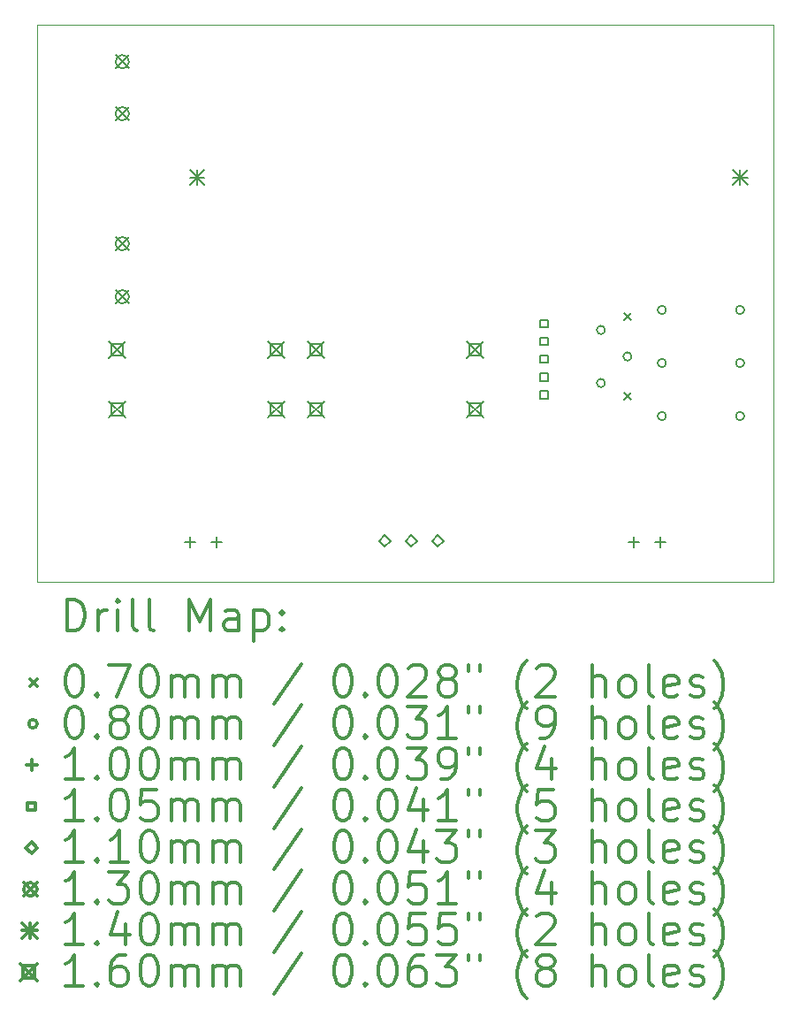
<source format=gbr>
%FSLAX45Y45*%
G04 Gerber Fmt 4.5, Leading zero omitted, Abs format (unit mm)*
G04 Created by KiCad (PCBNEW 5.1.8-5.1.8) date 2023-07-26 00:19:24*
%MOMM*%
%LPD*%
G01*
G04 APERTURE LIST*
%TA.AperFunction,Profile*%
%ADD10C,0.050000*%
%TD*%
%ADD11C,0.200000*%
%ADD12C,0.300000*%
G04 APERTURE END LIST*
D10*
X2540000Y-7874000D02*
X2540000Y-2540000D01*
X9588500Y-7874000D02*
X2540000Y-7874000D01*
X9588500Y-2540000D02*
X9588500Y-7874000D01*
X2540000Y-2540000D02*
X9588500Y-2540000D01*
D11*
X8156500Y-5299000D02*
X8226500Y-5369000D01*
X8226500Y-5299000D02*
X8156500Y-5369000D01*
X8156500Y-6061000D02*
X8226500Y-6131000D01*
X8226500Y-6061000D02*
X8156500Y-6131000D01*
X7977500Y-5969000D02*
G75*
G03*
X7977500Y-5969000I-40000J0D01*
G01*
X8231500Y-5715000D02*
G75*
G03*
X8231500Y-5715000I-40000J0D01*
G01*
X8561000Y-6286500D02*
G75*
G03*
X8561000Y-6286500I-40000J0D01*
G01*
X8561000Y-5270500D02*
G75*
G03*
X8561000Y-5270500I-40000J0D01*
G01*
X9311000Y-5270500D02*
G75*
G03*
X9311000Y-5270500I-40000J0D01*
G01*
X8561000Y-5778500D02*
G75*
G03*
X8561000Y-5778500I-40000J0D01*
G01*
X9311000Y-5778500D02*
G75*
G03*
X9311000Y-5778500I-40000J0D01*
G01*
X7977500Y-5461000D02*
G75*
G03*
X7977500Y-5461000I-40000J0D01*
G01*
X9311000Y-6286500D02*
G75*
G03*
X9311000Y-6286500I-40000J0D01*
G01*
X8255000Y-7443000D02*
X8255000Y-7543000D01*
X8205000Y-7493000D02*
X8305000Y-7493000D01*
X8509000Y-7443000D02*
X8509000Y-7543000D01*
X8459000Y-7493000D02*
X8559000Y-7493000D01*
X4000500Y-7443000D02*
X4000500Y-7543000D01*
X3950500Y-7493000D02*
X4050500Y-7493000D01*
X4254500Y-7443000D02*
X4254500Y-7543000D01*
X4204500Y-7493000D02*
X4304500Y-7493000D01*
X7428523Y-5437524D02*
X7428523Y-5363277D01*
X7354276Y-5363277D01*
X7354276Y-5437524D01*
X7428523Y-5437524D01*
X7428523Y-5607523D02*
X7428523Y-5533277D01*
X7354276Y-5533277D01*
X7354276Y-5607523D01*
X7428523Y-5607523D01*
X7428523Y-5777523D02*
X7428523Y-5703276D01*
X7354276Y-5703276D01*
X7354276Y-5777523D01*
X7428523Y-5777523D01*
X7428523Y-5947523D02*
X7428523Y-5873276D01*
X7354276Y-5873276D01*
X7354276Y-5947523D01*
X7428523Y-5947523D01*
X7428523Y-6117523D02*
X7428523Y-6043276D01*
X7354276Y-6043276D01*
X7354276Y-6117523D01*
X7428523Y-6117523D01*
X5867400Y-7535300D02*
X5922400Y-7480300D01*
X5867400Y-7425300D01*
X5812400Y-7480300D01*
X5867400Y-7535300D01*
X6121400Y-7535300D02*
X6176400Y-7480300D01*
X6121400Y-7425300D01*
X6066400Y-7480300D01*
X6121400Y-7535300D01*
X6375400Y-7535300D02*
X6430400Y-7480300D01*
X6375400Y-7425300D01*
X6320400Y-7480300D01*
X6375400Y-7535300D01*
X3287800Y-4570500D02*
X3417800Y-4700500D01*
X3417800Y-4570500D02*
X3287800Y-4700500D01*
X3417800Y-4635500D02*
G75*
G03*
X3417800Y-4635500I-65000J0D01*
G01*
X3287800Y-3325900D02*
X3417800Y-3455900D01*
X3417800Y-3325900D02*
X3287800Y-3455900D01*
X3417800Y-3390900D02*
G75*
G03*
X3417800Y-3390900I-65000J0D01*
G01*
X3287800Y-2828500D02*
X3417800Y-2958500D01*
X3417800Y-2828500D02*
X3287800Y-2958500D01*
X3417800Y-2893500D02*
G75*
G03*
X3417800Y-2893500I-65000J0D01*
G01*
X3287800Y-5078500D02*
X3417800Y-5208500D01*
X3417800Y-5078500D02*
X3287800Y-5208500D01*
X3417800Y-5143500D02*
G75*
G03*
X3417800Y-5143500I-65000J0D01*
G01*
X4001000Y-3930500D02*
X4141000Y-4070500D01*
X4141000Y-3930500D02*
X4001000Y-4070500D01*
X4071000Y-3930500D02*
X4071000Y-4070500D01*
X4001000Y-4000500D02*
X4141000Y-4000500D01*
X9201000Y-3930500D02*
X9341000Y-4070500D01*
X9341000Y-3930500D02*
X9201000Y-4070500D01*
X9271000Y-3930500D02*
X9271000Y-4070500D01*
X9201000Y-4000500D02*
X9341000Y-4000500D01*
X5127000Y-6143000D02*
X5287000Y-6303000D01*
X5287000Y-6143000D02*
X5127000Y-6303000D01*
X5263569Y-6279569D02*
X5263569Y-6166431D01*
X5150431Y-6166431D01*
X5150431Y-6279569D01*
X5263569Y-6279569D01*
X6651000Y-6143000D02*
X6811000Y-6303000D01*
X6811000Y-6143000D02*
X6651000Y-6303000D01*
X6787569Y-6279569D02*
X6787569Y-6166431D01*
X6674431Y-6166431D01*
X6674431Y-6279569D01*
X6787569Y-6279569D01*
X3222000Y-5571500D02*
X3382000Y-5731500D01*
X3382000Y-5571500D02*
X3222000Y-5731500D01*
X3358569Y-5708069D02*
X3358569Y-5594931D01*
X3245431Y-5594931D01*
X3245431Y-5708069D01*
X3358569Y-5708069D01*
X4746000Y-5571500D02*
X4906000Y-5731500D01*
X4906000Y-5571500D02*
X4746000Y-5731500D01*
X4882569Y-5708069D02*
X4882569Y-5594931D01*
X4769431Y-5594931D01*
X4769431Y-5708069D01*
X4882569Y-5708069D01*
X5127000Y-5571500D02*
X5287000Y-5731500D01*
X5287000Y-5571500D02*
X5127000Y-5731500D01*
X5263569Y-5708069D02*
X5263569Y-5594931D01*
X5150431Y-5594931D01*
X5150431Y-5708069D01*
X5263569Y-5708069D01*
X6651000Y-5571500D02*
X6811000Y-5731500D01*
X6811000Y-5571500D02*
X6651000Y-5731500D01*
X6787569Y-5708069D02*
X6787569Y-5594931D01*
X6674431Y-5594931D01*
X6674431Y-5708069D01*
X6787569Y-5708069D01*
X3222000Y-6143000D02*
X3382000Y-6303000D01*
X3382000Y-6143000D02*
X3222000Y-6303000D01*
X3358569Y-6279569D02*
X3358569Y-6166431D01*
X3245431Y-6166431D01*
X3245431Y-6279569D01*
X3358569Y-6279569D01*
X4746000Y-6143000D02*
X4906000Y-6303000D01*
X4906000Y-6143000D02*
X4746000Y-6303000D01*
X4882569Y-6279569D02*
X4882569Y-6166431D01*
X4769431Y-6166431D01*
X4769431Y-6279569D01*
X4882569Y-6279569D01*
D12*
X2823928Y-8342214D02*
X2823928Y-8042214D01*
X2895357Y-8042214D01*
X2938214Y-8056500D01*
X2966786Y-8085071D01*
X2981071Y-8113643D01*
X2995357Y-8170786D01*
X2995357Y-8213643D01*
X2981071Y-8270786D01*
X2966786Y-8299357D01*
X2938214Y-8327929D01*
X2895357Y-8342214D01*
X2823928Y-8342214D01*
X3123928Y-8342214D02*
X3123928Y-8142214D01*
X3123928Y-8199357D02*
X3138214Y-8170786D01*
X3152500Y-8156500D01*
X3181071Y-8142214D01*
X3209643Y-8142214D01*
X3309643Y-8342214D02*
X3309643Y-8142214D01*
X3309643Y-8042214D02*
X3295357Y-8056500D01*
X3309643Y-8070786D01*
X3323928Y-8056500D01*
X3309643Y-8042214D01*
X3309643Y-8070786D01*
X3495357Y-8342214D02*
X3466786Y-8327929D01*
X3452500Y-8299357D01*
X3452500Y-8042214D01*
X3652500Y-8342214D02*
X3623928Y-8327929D01*
X3609643Y-8299357D01*
X3609643Y-8042214D01*
X3995357Y-8342214D02*
X3995357Y-8042214D01*
X4095357Y-8256500D01*
X4195357Y-8042214D01*
X4195357Y-8342214D01*
X4466786Y-8342214D02*
X4466786Y-8185071D01*
X4452500Y-8156500D01*
X4423928Y-8142214D01*
X4366786Y-8142214D01*
X4338214Y-8156500D01*
X4466786Y-8327929D02*
X4438214Y-8342214D01*
X4366786Y-8342214D01*
X4338214Y-8327929D01*
X4323928Y-8299357D01*
X4323928Y-8270786D01*
X4338214Y-8242214D01*
X4366786Y-8227929D01*
X4438214Y-8227929D01*
X4466786Y-8213643D01*
X4609643Y-8142214D02*
X4609643Y-8442214D01*
X4609643Y-8156500D02*
X4638214Y-8142214D01*
X4695357Y-8142214D01*
X4723928Y-8156500D01*
X4738214Y-8170786D01*
X4752500Y-8199357D01*
X4752500Y-8285071D01*
X4738214Y-8313643D01*
X4723928Y-8327929D01*
X4695357Y-8342214D01*
X4638214Y-8342214D01*
X4609643Y-8327929D01*
X4881071Y-8313643D02*
X4895357Y-8327929D01*
X4881071Y-8342214D01*
X4866786Y-8327929D01*
X4881071Y-8313643D01*
X4881071Y-8342214D01*
X4881071Y-8156500D02*
X4895357Y-8170786D01*
X4881071Y-8185071D01*
X4866786Y-8170786D01*
X4881071Y-8156500D01*
X4881071Y-8185071D01*
X2467500Y-8801500D02*
X2537500Y-8871500D01*
X2537500Y-8801500D02*
X2467500Y-8871500D01*
X2881071Y-8672214D02*
X2909643Y-8672214D01*
X2938214Y-8686500D01*
X2952500Y-8700786D01*
X2966786Y-8729357D01*
X2981071Y-8786500D01*
X2981071Y-8857929D01*
X2966786Y-8915072D01*
X2952500Y-8943643D01*
X2938214Y-8957929D01*
X2909643Y-8972214D01*
X2881071Y-8972214D01*
X2852500Y-8957929D01*
X2838214Y-8943643D01*
X2823928Y-8915072D01*
X2809643Y-8857929D01*
X2809643Y-8786500D01*
X2823928Y-8729357D01*
X2838214Y-8700786D01*
X2852500Y-8686500D01*
X2881071Y-8672214D01*
X3109643Y-8943643D02*
X3123928Y-8957929D01*
X3109643Y-8972214D01*
X3095357Y-8957929D01*
X3109643Y-8943643D01*
X3109643Y-8972214D01*
X3223928Y-8672214D02*
X3423928Y-8672214D01*
X3295357Y-8972214D01*
X3595357Y-8672214D02*
X3623928Y-8672214D01*
X3652500Y-8686500D01*
X3666786Y-8700786D01*
X3681071Y-8729357D01*
X3695357Y-8786500D01*
X3695357Y-8857929D01*
X3681071Y-8915072D01*
X3666786Y-8943643D01*
X3652500Y-8957929D01*
X3623928Y-8972214D01*
X3595357Y-8972214D01*
X3566786Y-8957929D01*
X3552500Y-8943643D01*
X3538214Y-8915072D01*
X3523928Y-8857929D01*
X3523928Y-8786500D01*
X3538214Y-8729357D01*
X3552500Y-8700786D01*
X3566786Y-8686500D01*
X3595357Y-8672214D01*
X3823928Y-8972214D02*
X3823928Y-8772214D01*
X3823928Y-8800786D02*
X3838214Y-8786500D01*
X3866786Y-8772214D01*
X3909643Y-8772214D01*
X3938214Y-8786500D01*
X3952500Y-8815072D01*
X3952500Y-8972214D01*
X3952500Y-8815072D02*
X3966786Y-8786500D01*
X3995357Y-8772214D01*
X4038214Y-8772214D01*
X4066786Y-8786500D01*
X4081071Y-8815072D01*
X4081071Y-8972214D01*
X4223928Y-8972214D02*
X4223928Y-8772214D01*
X4223928Y-8800786D02*
X4238214Y-8786500D01*
X4266786Y-8772214D01*
X4309643Y-8772214D01*
X4338214Y-8786500D01*
X4352500Y-8815072D01*
X4352500Y-8972214D01*
X4352500Y-8815072D02*
X4366786Y-8786500D01*
X4395357Y-8772214D01*
X4438214Y-8772214D01*
X4466786Y-8786500D01*
X4481071Y-8815072D01*
X4481071Y-8972214D01*
X5066786Y-8657929D02*
X4809643Y-9043643D01*
X5452500Y-8672214D02*
X5481071Y-8672214D01*
X5509643Y-8686500D01*
X5523928Y-8700786D01*
X5538214Y-8729357D01*
X5552500Y-8786500D01*
X5552500Y-8857929D01*
X5538214Y-8915072D01*
X5523928Y-8943643D01*
X5509643Y-8957929D01*
X5481071Y-8972214D01*
X5452500Y-8972214D01*
X5423928Y-8957929D01*
X5409643Y-8943643D01*
X5395357Y-8915072D01*
X5381071Y-8857929D01*
X5381071Y-8786500D01*
X5395357Y-8729357D01*
X5409643Y-8700786D01*
X5423928Y-8686500D01*
X5452500Y-8672214D01*
X5681071Y-8943643D02*
X5695357Y-8957929D01*
X5681071Y-8972214D01*
X5666786Y-8957929D01*
X5681071Y-8943643D01*
X5681071Y-8972214D01*
X5881071Y-8672214D02*
X5909643Y-8672214D01*
X5938214Y-8686500D01*
X5952500Y-8700786D01*
X5966786Y-8729357D01*
X5981071Y-8786500D01*
X5981071Y-8857929D01*
X5966786Y-8915072D01*
X5952500Y-8943643D01*
X5938214Y-8957929D01*
X5909643Y-8972214D01*
X5881071Y-8972214D01*
X5852500Y-8957929D01*
X5838214Y-8943643D01*
X5823928Y-8915072D01*
X5809643Y-8857929D01*
X5809643Y-8786500D01*
X5823928Y-8729357D01*
X5838214Y-8700786D01*
X5852500Y-8686500D01*
X5881071Y-8672214D01*
X6095357Y-8700786D02*
X6109643Y-8686500D01*
X6138214Y-8672214D01*
X6209643Y-8672214D01*
X6238214Y-8686500D01*
X6252500Y-8700786D01*
X6266786Y-8729357D01*
X6266786Y-8757929D01*
X6252500Y-8800786D01*
X6081071Y-8972214D01*
X6266786Y-8972214D01*
X6438214Y-8800786D02*
X6409643Y-8786500D01*
X6395357Y-8772214D01*
X6381071Y-8743643D01*
X6381071Y-8729357D01*
X6395357Y-8700786D01*
X6409643Y-8686500D01*
X6438214Y-8672214D01*
X6495357Y-8672214D01*
X6523928Y-8686500D01*
X6538214Y-8700786D01*
X6552500Y-8729357D01*
X6552500Y-8743643D01*
X6538214Y-8772214D01*
X6523928Y-8786500D01*
X6495357Y-8800786D01*
X6438214Y-8800786D01*
X6409643Y-8815072D01*
X6395357Y-8829357D01*
X6381071Y-8857929D01*
X6381071Y-8915072D01*
X6395357Y-8943643D01*
X6409643Y-8957929D01*
X6438214Y-8972214D01*
X6495357Y-8972214D01*
X6523928Y-8957929D01*
X6538214Y-8943643D01*
X6552500Y-8915072D01*
X6552500Y-8857929D01*
X6538214Y-8829357D01*
X6523928Y-8815072D01*
X6495357Y-8800786D01*
X6666786Y-8672214D02*
X6666786Y-8729357D01*
X6781071Y-8672214D02*
X6781071Y-8729357D01*
X7223928Y-9086500D02*
X7209643Y-9072214D01*
X7181071Y-9029357D01*
X7166786Y-9000786D01*
X7152500Y-8957929D01*
X7138214Y-8886500D01*
X7138214Y-8829357D01*
X7152500Y-8757929D01*
X7166786Y-8715072D01*
X7181071Y-8686500D01*
X7209643Y-8643643D01*
X7223928Y-8629357D01*
X7323928Y-8700786D02*
X7338214Y-8686500D01*
X7366786Y-8672214D01*
X7438214Y-8672214D01*
X7466786Y-8686500D01*
X7481071Y-8700786D01*
X7495357Y-8729357D01*
X7495357Y-8757929D01*
X7481071Y-8800786D01*
X7309643Y-8972214D01*
X7495357Y-8972214D01*
X7852500Y-8972214D02*
X7852500Y-8672214D01*
X7981071Y-8972214D02*
X7981071Y-8815072D01*
X7966786Y-8786500D01*
X7938214Y-8772214D01*
X7895357Y-8772214D01*
X7866786Y-8786500D01*
X7852500Y-8800786D01*
X8166786Y-8972214D02*
X8138214Y-8957929D01*
X8123928Y-8943643D01*
X8109643Y-8915072D01*
X8109643Y-8829357D01*
X8123928Y-8800786D01*
X8138214Y-8786500D01*
X8166786Y-8772214D01*
X8209643Y-8772214D01*
X8238214Y-8786500D01*
X8252500Y-8800786D01*
X8266786Y-8829357D01*
X8266786Y-8915072D01*
X8252500Y-8943643D01*
X8238214Y-8957929D01*
X8209643Y-8972214D01*
X8166786Y-8972214D01*
X8438214Y-8972214D02*
X8409643Y-8957929D01*
X8395357Y-8929357D01*
X8395357Y-8672214D01*
X8666786Y-8957929D02*
X8638214Y-8972214D01*
X8581071Y-8972214D01*
X8552500Y-8957929D01*
X8538214Y-8929357D01*
X8538214Y-8815072D01*
X8552500Y-8786500D01*
X8581071Y-8772214D01*
X8638214Y-8772214D01*
X8666786Y-8786500D01*
X8681071Y-8815072D01*
X8681071Y-8843643D01*
X8538214Y-8872214D01*
X8795357Y-8957929D02*
X8823928Y-8972214D01*
X8881071Y-8972214D01*
X8909643Y-8957929D01*
X8923928Y-8929357D01*
X8923928Y-8915072D01*
X8909643Y-8886500D01*
X8881071Y-8872214D01*
X8838214Y-8872214D01*
X8809643Y-8857929D01*
X8795357Y-8829357D01*
X8795357Y-8815072D01*
X8809643Y-8786500D01*
X8838214Y-8772214D01*
X8881071Y-8772214D01*
X8909643Y-8786500D01*
X9023928Y-9086500D02*
X9038214Y-9072214D01*
X9066786Y-9029357D01*
X9081071Y-9000786D01*
X9095357Y-8957929D01*
X9109643Y-8886500D01*
X9109643Y-8829357D01*
X9095357Y-8757929D01*
X9081071Y-8715072D01*
X9066786Y-8686500D01*
X9038214Y-8643643D01*
X9023928Y-8629357D01*
X2537500Y-9232500D02*
G75*
G03*
X2537500Y-9232500I-40000J0D01*
G01*
X2881071Y-9068214D02*
X2909643Y-9068214D01*
X2938214Y-9082500D01*
X2952500Y-9096786D01*
X2966786Y-9125357D01*
X2981071Y-9182500D01*
X2981071Y-9253929D01*
X2966786Y-9311072D01*
X2952500Y-9339643D01*
X2938214Y-9353929D01*
X2909643Y-9368214D01*
X2881071Y-9368214D01*
X2852500Y-9353929D01*
X2838214Y-9339643D01*
X2823928Y-9311072D01*
X2809643Y-9253929D01*
X2809643Y-9182500D01*
X2823928Y-9125357D01*
X2838214Y-9096786D01*
X2852500Y-9082500D01*
X2881071Y-9068214D01*
X3109643Y-9339643D02*
X3123928Y-9353929D01*
X3109643Y-9368214D01*
X3095357Y-9353929D01*
X3109643Y-9339643D01*
X3109643Y-9368214D01*
X3295357Y-9196786D02*
X3266786Y-9182500D01*
X3252500Y-9168214D01*
X3238214Y-9139643D01*
X3238214Y-9125357D01*
X3252500Y-9096786D01*
X3266786Y-9082500D01*
X3295357Y-9068214D01*
X3352500Y-9068214D01*
X3381071Y-9082500D01*
X3395357Y-9096786D01*
X3409643Y-9125357D01*
X3409643Y-9139643D01*
X3395357Y-9168214D01*
X3381071Y-9182500D01*
X3352500Y-9196786D01*
X3295357Y-9196786D01*
X3266786Y-9211072D01*
X3252500Y-9225357D01*
X3238214Y-9253929D01*
X3238214Y-9311072D01*
X3252500Y-9339643D01*
X3266786Y-9353929D01*
X3295357Y-9368214D01*
X3352500Y-9368214D01*
X3381071Y-9353929D01*
X3395357Y-9339643D01*
X3409643Y-9311072D01*
X3409643Y-9253929D01*
X3395357Y-9225357D01*
X3381071Y-9211072D01*
X3352500Y-9196786D01*
X3595357Y-9068214D02*
X3623928Y-9068214D01*
X3652500Y-9082500D01*
X3666786Y-9096786D01*
X3681071Y-9125357D01*
X3695357Y-9182500D01*
X3695357Y-9253929D01*
X3681071Y-9311072D01*
X3666786Y-9339643D01*
X3652500Y-9353929D01*
X3623928Y-9368214D01*
X3595357Y-9368214D01*
X3566786Y-9353929D01*
X3552500Y-9339643D01*
X3538214Y-9311072D01*
X3523928Y-9253929D01*
X3523928Y-9182500D01*
X3538214Y-9125357D01*
X3552500Y-9096786D01*
X3566786Y-9082500D01*
X3595357Y-9068214D01*
X3823928Y-9368214D02*
X3823928Y-9168214D01*
X3823928Y-9196786D02*
X3838214Y-9182500D01*
X3866786Y-9168214D01*
X3909643Y-9168214D01*
X3938214Y-9182500D01*
X3952500Y-9211072D01*
X3952500Y-9368214D01*
X3952500Y-9211072D02*
X3966786Y-9182500D01*
X3995357Y-9168214D01*
X4038214Y-9168214D01*
X4066786Y-9182500D01*
X4081071Y-9211072D01*
X4081071Y-9368214D01*
X4223928Y-9368214D02*
X4223928Y-9168214D01*
X4223928Y-9196786D02*
X4238214Y-9182500D01*
X4266786Y-9168214D01*
X4309643Y-9168214D01*
X4338214Y-9182500D01*
X4352500Y-9211072D01*
X4352500Y-9368214D01*
X4352500Y-9211072D02*
X4366786Y-9182500D01*
X4395357Y-9168214D01*
X4438214Y-9168214D01*
X4466786Y-9182500D01*
X4481071Y-9211072D01*
X4481071Y-9368214D01*
X5066786Y-9053929D02*
X4809643Y-9439643D01*
X5452500Y-9068214D02*
X5481071Y-9068214D01*
X5509643Y-9082500D01*
X5523928Y-9096786D01*
X5538214Y-9125357D01*
X5552500Y-9182500D01*
X5552500Y-9253929D01*
X5538214Y-9311072D01*
X5523928Y-9339643D01*
X5509643Y-9353929D01*
X5481071Y-9368214D01*
X5452500Y-9368214D01*
X5423928Y-9353929D01*
X5409643Y-9339643D01*
X5395357Y-9311072D01*
X5381071Y-9253929D01*
X5381071Y-9182500D01*
X5395357Y-9125357D01*
X5409643Y-9096786D01*
X5423928Y-9082500D01*
X5452500Y-9068214D01*
X5681071Y-9339643D02*
X5695357Y-9353929D01*
X5681071Y-9368214D01*
X5666786Y-9353929D01*
X5681071Y-9339643D01*
X5681071Y-9368214D01*
X5881071Y-9068214D02*
X5909643Y-9068214D01*
X5938214Y-9082500D01*
X5952500Y-9096786D01*
X5966786Y-9125357D01*
X5981071Y-9182500D01*
X5981071Y-9253929D01*
X5966786Y-9311072D01*
X5952500Y-9339643D01*
X5938214Y-9353929D01*
X5909643Y-9368214D01*
X5881071Y-9368214D01*
X5852500Y-9353929D01*
X5838214Y-9339643D01*
X5823928Y-9311072D01*
X5809643Y-9253929D01*
X5809643Y-9182500D01*
X5823928Y-9125357D01*
X5838214Y-9096786D01*
X5852500Y-9082500D01*
X5881071Y-9068214D01*
X6081071Y-9068214D02*
X6266786Y-9068214D01*
X6166786Y-9182500D01*
X6209643Y-9182500D01*
X6238214Y-9196786D01*
X6252500Y-9211072D01*
X6266786Y-9239643D01*
X6266786Y-9311072D01*
X6252500Y-9339643D01*
X6238214Y-9353929D01*
X6209643Y-9368214D01*
X6123928Y-9368214D01*
X6095357Y-9353929D01*
X6081071Y-9339643D01*
X6552500Y-9368214D02*
X6381071Y-9368214D01*
X6466786Y-9368214D02*
X6466786Y-9068214D01*
X6438214Y-9111072D01*
X6409643Y-9139643D01*
X6381071Y-9153929D01*
X6666786Y-9068214D02*
X6666786Y-9125357D01*
X6781071Y-9068214D02*
X6781071Y-9125357D01*
X7223928Y-9482500D02*
X7209643Y-9468214D01*
X7181071Y-9425357D01*
X7166786Y-9396786D01*
X7152500Y-9353929D01*
X7138214Y-9282500D01*
X7138214Y-9225357D01*
X7152500Y-9153929D01*
X7166786Y-9111072D01*
X7181071Y-9082500D01*
X7209643Y-9039643D01*
X7223928Y-9025357D01*
X7352500Y-9368214D02*
X7409643Y-9368214D01*
X7438214Y-9353929D01*
X7452500Y-9339643D01*
X7481071Y-9296786D01*
X7495357Y-9239643D01*
X7495357Y-9125357D01*
X7481071Y-9096786D01*
X7466786Y-9082500D01*
X7438214Y-9068214D01*
X7381071Y-9068214D01*
X7352500Y-9082500D01*
X7338214Y-9096786D01*
X7323928Y-9125357D01*
X7323928Y-9196786D01*
X7338214Y-9225357D01*
X7352500Y-9239643D01*
X7381071Y-9253929D01*
X7438214Y-9253929D01*
X7466786Y-9239643D01*
X7481071Y-9225357D01*
X7495357Y-9196786D01*
X7852500Y-9368214D02*
X7852500Y-9068214D01*
X7981071Y-9368214D02*
X7981071Y-9211072D01*
X7966786Y-9182500D01*
X7938214Y-9168214D01*
X7895357Y-9168214D01*
X7866786Y-9182500D01*
X7852500Y-9196786D01*
X8166786Y-9368214D02*
X8138214Y-9353929D01*
X8123928Y-9339643D01*
X8109643Y-9311072D01*
X8109643Y-9225357D01*
X8123928Y-9196786D01*
X8138214Y-9182500D01*
X8166786Y-9168214D01*
X8209643Y-9168214D01*
X8238214Y-9182500D01*
X8252500Y-9196786D01*
X8266786Y-9225357D01*
X8266786Y-9311072D01*
X8252500Y-9339643D01*
X8238214Y-9353929D01*
X8209643Y-9368214D01*
X8166786Y-9368214D01*
X8438214Y-9368214D02*
X8409643Y-9353929D01*
X8395357Y-9325357D01*
X8395357Y-9068214D01*
X8666786Y-9353929D02*
X8638214Y-9368214D01*
X8581071Y-9368214D01*
X8552500Y-9353929D01*
X8538214Y-9325357D01*
X8538214Y-9211072D01*
X8552500Y-9182500D01*
X8581071Y-9168214D01*
X8638214Y-9168214D01*
X8666786Y-9182500D01*
X8681071Y-9211072D01*
X8681071Y-9239643D01*
X8538214Y-9268214D01*
X8795357Y-9353929D02*
X8823928Y-9368214D01*
X8881071Y-9368214D01*
X8909643Y-9353929D01*
X8923928Y-9325357D01*
X8923928Y-9311072D01*
X8909643Y-9282500D01*
X8881071Y-9268214D01*
X8838214Y-9268214D01*
X8809643Y-9253929D01*
X8795357Y-9225357D01*
X8795357Y-9211072D01*
X8809643Y-9182500D01*
X8838214Y-9168214D01*
X8881071Y-9168214D01*
X8909643Y-9182500D01*
X9023928Y-9482500D02*
X9038214Y-9468214D01*
X9066786Y-9425357D01*
X9081071Y-9396786D01*
X9095357Y-9353929D01*
X9109643Y-9282500D01*
X9109643Y-9225357D01*
X9095357Y-9153929D01*
X9081071Y-9111072D01*
X9066786Y-9082500D01*
X9038214Y-9039643D01*
X9023928Y-9025357D01*
X2487500Y-9578500D02*
X2487500Y-9678500D01*
X2437500Y-9628500D02*
X2537500Y-9628500D01*
X2981071Y-9764214D02*
X2809643Y-9764214D01*
X2895357Y-9764214D02*
X2895357Y-9464214D01*
X2866786Y-9507072D01*
X2838214Y-9535643D01*
X2809643Y-9549929D01*
X3109643Y-9735643D02*
X3123928Y-9749929D01*
X3109643Y-9764214D01*
X3095357Y-9749929D01*
X3109643Y-9735643D01*
X3109643Y-9764214D01*
X3309643Y-9464214D02*
X3338214Y-9464214D01*
X3366786Y-9478500D01*
X3381071Y-9492786D01*
X3395357Y-9521357D01*
X3409643Y-9578500D01*
X3409643Y-9649929D01*
X3395357Y-9707072D01*
X3381071Y-9735643D01*
X3366786Y-9749929D01*
X3338214Y-9764214D01*
X3309643Y-9764214D01*
X3281071Y-9749929D01*
X3266786Y-9735643D01*
X3252500Y-9707072D01*
X3238214Y-9649929D01*
X3238214Y-9578500D01*
X3252500Y-9521357D01*
X3266786Y-9492786D01*
X3281071Y-9478500D01*
X3309643Y-9464214D01*
X3595357Y-9464214D02*
X3623928Y-9464214D01*
X3652500Y-9478500D01*
X3666786Y-9492786D01*
X3681071Y-9521357D01*
X3695357Y-9578500D01*
X3695357Y-9649929D01*
X3681071Y-9707072D01*
X3666786Y-9735643D01*
X3652500Y-9749929D01*
X3623928Y-9764214D01*
X3595357Y-9764214D01*
X3566786Y-9749929D01*
X3552500Y-9735643D01*
X3538214Y-9707072D01*
X3523928Y-9649929D01*
X3523928Y-9578500D01*
X3538214Y-9521357D01*
X3552500Y-9492786D01*
X3566786Y-9478500D01*
X3595357Y-9464214D01*
X3823928Y-9764214D02*
X3823928Y-9564214D01*
X3823928Y-9592786D02*
X3838214Y-9578500D01*
X3866786Y-9564214D01*
X3909643Y-9564214D01*
X3938214Y-9578500D01*
X3952500Y-9607072D01*
X3952500Y-9764214D01*
X3952500Y-9607072D02*
X3966786Y-9578500D01*
X3995357Y-9564214D01*
X4038214Y-9564214D01*
X4066786Y-9578500D01*
X4081071Y-9607072D01*
X4081071Y-9764214D01*
X4223928Y-9764214D02*
X4223928Y-9564214D01*
X4223928Y-9592786D02*
X4238214Y-9578500D01*
X4266786Y-9564214D01*
X4309643Y-9564214D01*
X4338214Y-9578500D01*
X4352500Y-9607072D01*
X4352500Y-9764214D01*
X4352500Y-9607072D02*
X4366786Y-9578500D01*
X4395357Y-9564214D01*
X4438214Y-9564214D01*
X4466786Y-9578500D01*
X4481071Y-9607072D01*
X4481071Y-9764214D01*
X5066786Y-9449929D02*
X4809643Y-9835643D01*
X5452500Y-9464214D02*
X5481071Y-9464214D01*
X5509643Y-9478500D01*
X5523928Y-9492786D01*
X5538214Y-9521357D01*
X5552500Y-9578500D01*
X5552500Y-9649929D01*
X5538214Y-9707072D01*
X5523928Y-9735643D01*
X5509643Y-9749929D01*
X5481071Y-9764214D01*
X5452500Y-9764214D01*
X5423928Y-9749929D01*
X5409643Y-9735643D01*
X5395357Y-9707072D01*
X5381071Y-9649929D01*
X5381071Y-9578500D01*
X5395357Y-9521357D01*
X5409643Y-9492786D01*
X5423928Y-9478500D01*
X5452500Y-9464214D01*
X5681071Y-9735643D02*
X5695357Y-9749929D01*
X5681071Y-9764214D01*
X5666786Y-9749929D01*
X5681071Y-9735643D01*
X5681071Y-9764214D01*
X5881071Y-9464214D02*
X5909643Y-9464214D01*
X5938214Y-9478500D01*
X5952500Y-9492786D01*
X5966786Y-9521357D01*
X5981071Y-9578500D01*
X5981071Y-9649929D01*
X5966786Y-9707072D01*
X5952500Y-9735643D01*
X5938214Y-9749929D01*
X5909643Y-9764214D01*
X5881071Y-9764214D01*
X5852500Y-9749929D01*
X5838214Y-9735643D01*
X5823928Y-9707072D01*
X5809643Y-9649929D01*
X5809643Y-9578500D01*
X5823928Y-9521357D01*
X5838214Y-9492786D01*
X5852500Y-9478500D01*
X5881071Y-9464214D01*
X6081071Y-9464214D02*
X6266786Y-9464214D01*
X6166786Y-9578500D01*
X6209643Y-9578500D01*
X6238214Y-9592786D01*
X6252500Y-9607072D01*
X6266786Y-9635643D01*
X6266786Y-9707072D01*
X6252500Y-9735643D01*
X6238214Y-9749929D01*
X6209643Y-9764214D01*
X6123928Y-9764214D01*
X6095357Y-9749929D01*
X6081071Y-9735643D01*
X6409643Y-9764214D02*
X6466786Y-9764214D01*
X6495357Y-9749929D01*
X6509643Y-9735643D01*
X6538214Y-9692786D01*
X6552500Y-9635643D01*
X6552500Y-9521357D01*
X6538214Y-9492786D01*
X6523928Y-9478500D01*
X6495357Y-9464214D01*
X6438214Y-9464214D01*
X6409643Y-9478500D01*
X6395357Y-9492786D01*
X6381071Y-9521357D01*
X6381071Y-9592786D01*
X6395357Y-9621357D01*
X6409643Y-9635643D01*
X6438214Y-9649929D01*
X6495357Y-9649929D01*
X6523928Y-9635643D01*
X6538214Y-9621357D01*
X6552500Y-9592786D01*
X6666786Y-9464214D02*
X6666786Y-9521357D01*
X6781071Y-9464214D02*
X6781071Y-9521357D01*
X7223928Y-9878500D02*
X7209643Y-9864214D01*
X7181071Y-9821357D01*
X7166786Y-9792786D01*
X7152500Y-9749929D01*
X7138214Y-9678500D01*
X7138214Y-9621357D01*
X7152500Y-9549929D01*
X7166786Y-9507072D01*
X7181071Y-9478500D01*
X7209643Y-9435643D01*
X7223928Y-9421357D01*
X7466786Y-9564214D02*
X7466786Y-9764214D01*
X7395357Y-9449929D02*
X7323928Y-9664214D01*
X7509643Y-9664214D01*
X7852500Y-9764214D02*
X7852500Y-9464214D01*
X7981071Y-9764214D02*
X7981071Y-9607072D01*
X7966786Y-9578500D01*
X7938214Y-9564214D01*
X7895357Y-9564214D01*
X7866786Y-9578500D01*
X7852500Y-9592786D01*
X8166786Y-9764214D02*
X8138214Y-9749929D01*
X8123928Y-9735643D01*
X8109643Y-9707072D01*
X8109643Y-9621357D01*
X8123928Y-9592786D01*
X8138214Y-9578500D01*
X8166786Y-9564214D01*
X8209643Y-9564214D01*
X8238214Y-9578500D01*
X8252500Y-9592786D01*
X8266786Y-9621357D01*
X8266786Y-9707072D01*
X8252500Y-9735643D01*
X8238214Y-9749929D01*
X8209643Y-9764214D01*
X8166786Y-9764214D01*
X8438214Y-9764214D02*
X8409643Y-9749929D01*
X8395357Y-9721357D01*
X8395357Y-9464214D01*
X8666786Y-9749929D02*
X8638214Y-9764214D01*
X8581071Y-9764214D01*
X8552500Y-9749929D01*
X8538214Y-9721357D01*
X8538214Y-9607072D01*
X8552500Y-9578500D01*
X8581071Y-9564214D01*
X8638214Y-9564214D01*
X8666786Y-9578500D01*
X8681071Y-9607072D01*
X8681071Y-9635643D01*
X8538214Y-9664214D01*
X8795357Y-9749929D02*
X8823928Y-9764214D01*
X8881071Y-9764214D01*
X8909643Y-9749929D01*
X8923928Y-9721357D01*
X8923928Y-9707072D01*
X8909643Y-9678500D01*
X8881071Y-9664214D01*
X8838214Y-9664214D01*
X8809643Y-9649929D01*
X8795357Y-9621357D01*
X8795357Y-9607072D01*
X8809643Y-9578500D01*
X8838214Y-9564214D01*
X8881071Y-9564214D01*
X8909643Y-9578500D01*
X9023928Y-9878500D02*
X9038214Y-9864214D01*
X9066786Y-9821357D01*
X9081071Y-9792786D01*
X9095357Y-9749929D01*
X9109643Y-9678500D01*
X9109643Y-9621357D01*
X9095357Y-9549929D01*
X9081071Y-9507072D01*
X9066786Y-9478500D01*
X9038214Y-9435643D01*
X9023928Y-9421357D01*
X2522123Y-10061624D02*
X2522123Y-9987377D01*
X2447876Y-9987377D01*
X2447876Y-10061624D01*
X2522123Y-10061624D01*
X2981071Y-10160214D02*
X2809643Y-10160214D01*
X2895357Y-10160214D02*
X2895357Y-9860214D01*
X2866786Y-9903072D01*
X2838214Y-9931643D01*
X2809643Y-9945929D01*
X3109643Y-10131643D02*
X3123928Y-10145929D01*
X3109643Y-10160214D01*
X3095357Y-10145929D01*
X3109643Y-10131643D01*
X3109643Y-10160214D01*
X3309643Y-9860214D02*
X3338214Y-9860214D01*
X3366786Y-9874500D01*
X3381071Y-9888786D01*
X3395357Y-9917357D01*
X3409643Y-9974500D01*
X3409643Y-10045929D01*
X3395357Y-10103072D01*
X3381071Y-10131643D01*
X3366786Y-10145929D01*
X3338214Y-10160214D01*
X3309643Y-10160214D01*
X3281071Y-10145929D01*
X3266786Y-10131643D01*
X3252500Y-10103072D01*
X3238214Y-10045929D01*
X3238214Y-9974500D01*
X3252500Y-9917357D01*
X3266786Y-9888786D01*
X3281071Y-9874500D01*
X3309643Y-9860214D01*
X3681071Y-9860214D02*
X3538214Y-9860214D01*
X3523928Y-10003072D01*
X3538214Y-9988786D01*
X3566786Y-9974500D01*
X3638214Y-9974500D01*
X3666786Y-9988786D01*
X3681071Y-10003072D01*
X3695357Y-10031643D01*
X3695357Y-10103072D01*
X3681071Y-10131643D01*
X3666786Y-10145929D01*
X3638214Y-10160214D01*
X3566786Y-10160214D01*
X3538214Y-10145929D01*
X3523928Y-10131643D01*
X3823928Y-10160214D02*
X3823928Y-9960214D01*
X3823928Y-9988786D02*
X3838214Y-9974500D01*
X3866786Y-9960214D01*
X3909643Y-9960214D01*
X3938214Y-9974500D01*
X3952500Y-10003072D01*
X3952500Y-10160214D01*
X3952500Y-10003072D02*
X3966786Y-9974500D01*
X3995357Y-9960214D01*
X4038214Y-9960214D01*
X4066786Y-9974500D01*
X4081071Y-10003072D01*
X4081071Y-10160214D01*
X4223928Y-10160214D02*
X4223928Y-9960214D01*
X4223928Y-9988786D02*
X4238214Y-9974500D01*
X4266786Y-9960214D01*
X4309643Y-9960214D01*
X4338214Y-9974500D01*
X4352500Y-10003072D01*
X4352500Y-10160214D01*
X4352500Y-10003072D02*
X4366786Y-9974500D01*
X4395357Y-9960214D01*
X4438214Y-9960214D01*
X4466786Y-9974500D01*
X4481071Y-10003072D01*
X4481071Y-10160214D01*
X5066786Y-9845929D02*
X4809643Y-10231643D01*
X5452500Y-9860214D02*
X5481071Y-9860214D01*
X5509643Y-9874500D01*
X5523928Y-9888786D01*
X5538214Y-9917357D01*
X5552500Y-9974500D01*
X5552500Y-10045929D01*
X5538214Y-10103072D01*
X5523928Y-10131643D01*
X5509643Y-10145929D01*
X5481071Y-10160214D01*
X5452500Y-10160214D01*
X5423928Y-10145929D01*
X5409643Y-10131643D01*
X5395357Y-10103072D01*
X5381071Y-10045929D01*
X5381071Y-9974500D01*
X5395357Y-9917357D01*
X5409643Y-9888786D01*
X5423928Y-9874500D01*
X5452500Y-9860214D01*
X5681071Y-10131643D02*
X5695357Y-10145929D01*
X5681071Y-10160214D01*
X5666786Y-10145929D01*
X5681071Y-10131643D01*
X5681071Y-10160214D01*
X5881071Y-9860214D02*
X5909643Y-9860214D01*
X5938214Y-9874500D01*
X5952500Y-9888786D01*
X5966786Y-9917357D01*
X5981071Y-9974500D01*
X5981071Y-10045929D01*
X5966786Y-10103072D01*
X5952500Y-10131643D01*
X5938214Y-10145929D01*
X5909643Y-10160214D01*
X5881071Y-10160214D01*
X5852500Y-10145929D01*
X5838214Y-10131643D01*
X5823928Y-10103072D01*
X5809643Y-10045929D01*
X5809643Y-9974500D01*
X5823928Y-9917357D01*
X5838214Y-9888786D01*
X5852500Y-9874500D01*
X5881071Y-9860214D01*
X6238214Y-9960214D02*
X6238214Y-10160214D01*
X6166786Y-9845929D02*
X6095357Y-10060214D01*
X6281071Y-10060214D01*
X6552500Y-10160214D02*
X6381071Y-10160214D01*
X6466786Y-10160214D02*
X6466786Y-9860214D01*
X6438214Y-9903072D01*
X6409643Y-9931643D01*
X6381071Y-9945929D01*
X6666786Y-9860214D02*
X6666786Y-9917357D01*
X6781071Y-9860214D02*
X6781071Y-9917357D01*
X7223928Y-10274500D02*
X7209643Y-10260214D01*
X7181071Y-10217357D01*
X7166786Y-10188786D01*
X7152500Y-10145929D01*
X7138214Y-10074500D01*
X7138214Y-10017357D01*
X7152500Y-9945929D01*
X7166786Y-9903072D01*
X7181071Y-9874500D01*
X7209643Y-9831643D01*
X7223928Y-9817357D01*
X7481071Y-9860214D02*
X7338214Y-9860214D01*
X7323928Y-10003072D01*
X7338214Y-9988786D01*
X7366786Y-9974500D01*
X7438214Y-9974500D01*
X7466786Y-9988786D01*
X7481071Y-10003072D01*
X7495357Y-10031643D01*
X7495357Y-10103072D01*
X7481071Y-10131643D01*
X7466786Y-10145929D01*
X7438214Y-10160214D01*
X7366786Y-10160214D01*
X7338214Y-10145929D01*
X7323928Y-10131643D01*
X7852500Y-10160214D02*
X7852500Y-9860214D01*
X7981071Y-10160214D02*
X7981071Y-10003072D01*
X7966786Y-9974500D01*
X7938214Y-9960214D01*
X7895357Y-9960214D01*
X7866786Y-9974500D01*
X7852500Y-9988786D01*
X8166786Y-10160214D02*
X8138214Y-10145929D01*
X8123928Y-10131643D01*
X8109643Y-10103072D01*
X8109643Y-10017357D01*
X8123928Y-9988786D01*
X8138214Y-9974500D01*
X8166786Y-9960214D01*
X8209643Y-9960214D01*
X8238214Y-9974500D01*
X8252500Y-9988786D01*
X8266786Y-10017357D01*
X8266786Y-10103072D01*
X8252500Y-10131643D01*
X8238214Y-10145929D01*
X8209643Y-10160214D01*
X8166786Y-10160214D01*
X8438214Y-10160214D02*
X8409643Y-10145929D01*
X8395357Y-10117357D01*
X8395357Y-9860214D01*
X8666786Y-10145929D02*
X8638214Y-10160214D01*
X8581071Y-10160214D01*
X8552500Y-10145929D01*
X8538214Y-10117357D01*
X8538214Y-10003072D01*
X8552500Y-9974500D01*
X8581071Y-9960214D01*
X8638214Y-9960214D01*
X8666786Y-9974500D01*
X8681071Y-10003072D01*
X8681071Y-10031643D01*
X8538214Y-10060214D01*
X8795357Y-10145929D02*
X8823928Y-10160214D01*
X8881071Y-10160214D01*
X8909643Y-10145929D01*
X8923928Y-10117357D01*
X8923928Y-10103072D01*
X8909643Y-10074500D01*
X8881071Y-10060214D01*
X8838214Y-10060214D01*
X8809643Y-10045929D01*
X8795357Y-10017357D01*
X8795357Y-10003072D01*
X8809643Y-9974500D01*
X8838214Y-9960214D01*
X8881071Y-9960214D01*
X8909643Y-9974500D01*
X9023928Y-10274500D02*
X9038214Y-10260214D01*
X9066786Y-10217357D01*
X9081071Y-10188786D01*
X9095357Y-10145929D01*
X9109643Y-10074500D01*
X9109643Y-10017357D01*
X9095357Y-9945929D01*
X9081071Y-9903072D01*
X9066786Y-9874500D01*
X9038214Y-9831643D01*
X9023928Y-9817357D01*
X2482500Y-10475500D02*
X2537500Y-10420500D01*
X2482500Y-10365500D01*
X2427500Y-10420500D01*
X2482500Y-10475500D01*
X2981071Y-10556214D02*
X2809643Y-10556214D01*
X2895357Y-10556214D02*
X2895357Y-10256214D01*
X2866786Y-10299072D01*
X2838214Y-10327643D01*
X2809643Y-10341929D01*
X3109643Y-10527643D02*
X3123928Y-10541929D01*
X3109643Y-10556214D01*
X3095357Y-10541929D01*
X3109643Y-10527643D01*
X3109643Y-10556214D01*
X3409643Y-10556214D02*
X3238214Y-10556214D01*
X3323928Y-10556214D02*
X3323928Y-10256214D01*
X3295357Y-10299072D01*
X3266786Y-10327643D01*
X3238214Y-10341929D01*
X3595357Y-10256214D02*
X3623928Y-10256214D01*
X3652500Y-10270500D01*
X3666786Y-10284786D01*
X3681071Y-10313357D01*
X3695357Y-10370500D01*
X3695357Y-10441929D01*
X3681071Y-10499072D01*
X3666786Y-10527643D01*
X3652500Y-10541929D01*
X3623928Y-10556214D01*
X3595357Y-10556214D01*
X3566786Y-10541929D01*
X3552500Y-10527643D01*
X3538214Y-10499072D01*
X3523928Y-10441929D01*
X3523928Y-10370500D01*
X3538214Y-10313357D01*
X3552500Y-10284786D01*
X3566786Y-10270500D01*
X3595357Y-10256214D01*
X3823928Y-10556214D02*
X3823928Y-10356214D01*
X3823928Y-10384786D02*
X3838214Y-10370500D01*
X3866786Y-10356214D01*
X3909643Y-10356214D01*
X3938214Y-10370500D01*
X3952500Y-10399072D01*
X3952500Y-10556214D01*
X3952500Y-10399072D02*
X3966786Y-10370500D01*
X3995357Y-10356214D01*
X4038214Y-10356214D01*
X4066786Y-10370500D01*
X4081071Y-10399072D01*
X4081071Y-10556214D01*
X4223928Y-10556214D02*
X4223928Y-10356214D01*
X4223928Y-10384786D02*
X4238214Y-10370500D01*
X4266786Y-10356214D01*
X4309643Y-10356214D01*
X4338214Y-10370500D01*
X4352500Y-10399072D01*
X4352500Y-10556214D01*
X4352500Y-10399072D02*
X4366786Y-10370500D01*
X4395357Y-10356214D01*
X4438214Y-10356214D01*
X4466786Y-10370500D01*
X4481071Y-10399072D01*
X4481071Y-10556214D01*
X5066786Y-10241929D02*
X4809643Y-10627643D01*
X5452500Y-10256214D02*
X5481071Y-10256214D01*
X5509643Y-10270500D01*
X5523928Y-10284786D01*
X5538214Y-10313357D01*
X5552500Y-10370500D01*
X5552500Y-10441929D01*
X5538214Y-10499072D01*
X5523928Y-10527643D01*
X5509643Y-10541929D01*
X5481071Y-10556214D01*
X5452500Y-10556214D01*
X5423928Y-10541929D01*
X5409643Y-10527643D01*
X5395357Y-10499072D01*
X5381071Y-10441929D01*
X5381071Y-10370500D01*
X5395357Y-10313357D01*
X5409643Y-10284786D01*
X5423928Y-10270500D01*
X5452500Y-10256214D01*
X5681071Y-10527643D02*
X5695357Y-10541929D01*
X5681071Y-10556214D01*
X5666786Y-10541929D01*
X5681071Y-10527643D01*
X5681071Y-10556214D01*
X5881071Y-10256214D02*
X5909643Y-10256214D01*
X5938214Y-10270500D01*
X5952500Y-10284786D01*
X5966786Y-10313357D01*
X5981071Y-10370500D01*
X5981071Y-10441929D01*
X5966786Y-10499072D01*
X5952500Y-10527643D01*
X5938214Y-10541929D01*
X5909643Y-10556214D01*
X5881071Y-10556214D01*
X5852500Y-10541929D01*
X5838214Y-10527643D01*
X5823928Y-10499072D01*
X5809643Y-10441929D01*
X5809643Y-10370500D01*
X5823928Y-10313357D01*
X5838214Y-10284786D01*
X5852500Y-10270500D01*
X5881071Y-10256214D01*
X6238214Y-10356214D02*
X6238214Y-10556214D01*
X6166786Y-10241929D02*
X6095357Y-10456214D01*
X6281071Y-10456214D01*
X6366786Y-10256214D02*
X6552500Y-10256214D01*
X6452500Y-10370500D01*
X6495357Y-10370500D01*
X6523928Y-10384786D01*
X6538214Y-10399072D01*
X6552500Y-10427643D01*
X6552500Y-10499072D01*
X6538214Y-10527643D01*
X6523928Y-10541929D01*
X6495357Y-10556214D01*
X6409643Y-10556214D01*
X6381071Y-10541929D01*
X6366786Y-10527643D01*
X6666786Y-10256214D02*
X6666786Y-10313357D01*
X6781071Y-10256214D02*
X6781071Y-10313357D01*
X7223928Y-10670500D02*
X7209643Y-10656214D01*
X7181071Y-10613357D01*
X7166786Y-10584786D01*
X7152500Y-10541929D01*
X7138214Y-10470500D01*
X7138214Y-10413357D01*
X7152500Y-10341929D01*
X7166786Y-10299072D01*
X7181071Y-10270500D01*
X7209643Y-10227643D01*
X7223928Y-10213357D01*
X7309643Y-10256214D02*
X7495357Y-10256214D01*
X7395357Y-10370500D01*
X7438214Y-10370500D01*
X7466786Y-10384786D01*
X7481071Y-10399072D01*
X7495357Y-10427643D01*
X7495357Y-10499072D01*
X7481071Y-10527643D01*
X7466786Y-10541929D01*
X7438214Y-10556214D01*
X7352500Y-10556214D01*
X7323928Y-10541929D01*
X7309643Y-10527643D01*
X7852500Y-10556214D02*
X7852500Y-10256214D01*
X7981071Y-10556214D02*
X7981071Y-10399072D01*
X7966786Y-10370500D01*
X7938214Y-10356214D01*
X7895357Y-10356214D01*
X7866786Y-10370500D01*
X7852500Y-10384786D01*
X8166786Y-10556214D02*
X8138214Y-10541929D01*
X8123928Y-10527643D01*
X8109643Y-10499072D01*
X8109643Y-10413357D01*
X8123928Y-10384786D01*
X8138214Y-10370500D01*
X8166786Y-10356214D01*
X8209643Y-10356214D01*
X8238214Y-10370500D01*
X8252500Y-10384786D01*
X8266786Y-10413357D01*
X8266786Y-10499072D01*
X8252500Y-10527643D01*
X8238214Y-10541929D01*
X8209643Y-10556214D01*
X8166786Y-10556214D01*
X8438214Y-10556214D02*
X8409643Y-10541929D01*
X8395357Y-10513357D01*
X8395357Y-10256214D01*
X8666786Y-10541929D02*
X8638214Y-10556214D01*
X8581071Y-10556214D01*
X8552500Y-10541929D01*
X8538214Y-10513357D01*
X8538214Y-10399072D01*
X8552500Y-10370500D01*
X8581071Y-10356214D01*
X8638214Y-10356214D01*
X8666786Y-10370500D01*
X8681071Y-10399072D01*
X8681071Y-10427643D01*
X8538214Y-10456214D01*
X8795357Y-10541929D02*
X8823928Y-10556214D01*
X8881071Y-10556214D01*
X8909643Y-10541929D01*
X8923928Y-10513357D01*
X8923928Y-10499072D01*
X8909643Y-10470500D01*
X8881071Y-10456214D01*
X8838214Y-10456214D01*
X8809643Y-10441929D01*
X8795357Y-10413357D01*
X8795357Y-10399072D01*
X8809643Y-10370500D01*
X8838214Y-10356214D01*
X8881071Y-10356214D01*
X8909643Y-10370500D01*
X9023928Y-10670500D02*
X9038214Y-10656214D01*
X9066786Y-10613357D01*
X9081071Y-10584786D01*
X9095357Y-10541929D01*
X9109643Y-10470500D01*
X9109643Y-10413357D01*
X9095357Y-10341929D01*
X9081071Y-10299072D01*
X9066786Y-10270500D01*
X9038214Y-10227643D01*
X9023928Y-10213357D01*
X2407500Y-10751500D02*
X2537500Y-10881500D01*
X2537500Y-10751500D02*
X2407500Y-10881500D01*
X2537500Y-10816500D02*
G75*
G03*
X2537500Y-10816500I-65000J0D01*
G01*
X2981071Y-10952214D02*
X2809643Y-10952214D01*
X2895357Y-10952214D02*
X2895357Y-10652214D01*
X2866786Y-10695072D01*
X2838214Y-10723643D01*
X2809643Y-10737929D01*
X3109643Y-10923643D02*
X3123928Y-10937929D01*
X3109643Y-10952214D01*
X3095357Y-10937929D01*
X3109643Y-10923643D01*
X3109643Y-10952214D01*
X3223928Y-10652214D02*
X3409643Y-10652214D01*
X3309643Y-10766500D01*
X3352500Y-10766500D01*
X3381071Y-10780786D01*
X3395357Y-10795072D01*
X3409643Y-10823643D01*
X3409643Y-10895072D01*
X3395357Y-10923643D01*
X3381071Y-10937929D01*
X3352500Y-10952214D01*
X3266786Y-10952214D01*
X3238214Y-10937929D01*
X3223928Y-10923643D01*
X3595357Y-10652214D02*
X3623928Y-10652214D01*
X3652500Y-10666500D01*
X3666786Y-10680786D01*
X3681071Y-10709357D01*
X3695357Y-10766500D01*
X3695357Y-10837929D01*
X3681071Y-10895072D01*
X3666786Y-10923643D01*
X3652500Y-10937929D01*
X3623928Y-10952214D01*
X3595357Y-10952214D01*
X3566786Y-10937929D01*
X3552500Y-10923643D01*
X3538214Y-10895072D01*
X3523928Y-10837929D01*
X3523928Y-10766500D01*
X3538214Y-10709357D01*
X3552500Y-10680786D01*
X3566786Y-10666500D01*
X3595357Y-10652214D01*
X3823928Y-10952214D02*
X3823928Y-10752214D01*
X3823928Y-10780786D02*
X3838214Y-10766500D01*
X3866786Y-10752214D01*
X3909643Y-10752214D01*
X3938214Y-10766500D01*
X3952500Y-10795072D01*
X3952500Y-10952214D01*
X3952500Y-10795072D02*
X3966786Y-10766500D01*
X3995357Y-10752214D01*
X4038214Y-10752214D01*
X4066786Y-10766500D01*
X4081071Y-10795072D01*
X4081071Y-10952214D01*
X4223928Y-10952214D02*
X4223928Y-10752214D01*
X4223928Y-10780786D02*
X4238214Y-10766500D01*
X4266786Y-10752214D01*
X4309643Y-10752214D01*
X4338214Y-10766500D01*
X4352500Y-10795072D01*
X4352500Y-10952214D01*
X4352500Y-10795072D02*
X4366786Y-10766500D01*
X4395357Y-10752214D01*
X4438214Y-10752214D01*
X4466786Y-10766500D01*
X4481071Y-10795072D01*
X4481071Y-10952214D01*
X5066786Y-10637929D02*
X4809643Y-11023643D01*
X5452500Y-10652214D02*
X5481071Y-10652214D01*
X5509643Y-10666500D01*
X5523928Y-10680786D01*
X5538214Y-10709357D01*
X5552500Y-10766500D01*
X5552500Y-10837929D01*
X5538214Y-10895072D01*
X5523928Y-10923643D01*
X5509643Y-10937929D01*
X5481071Y-10952214D01*
X5452500Y-10952214D01*
X5423928Y-10937929D01*
X5409643Y-10923643D01*
X5395357Y-10895072D01*
X5381071Y-10837929D01*
X5381071Y-10766500D01*
X5395357Y-10709357D01*
X5409643Y-10680786D01*
X5423928Y-10666500D01*
X5452500Y-10652214D01*
X5681071Y-10923643D02*
X5695357Y-10937929D01*
X5681071Y-10952214D01*
X5666786Y-10937929D01*
X5681071Y-10923643D01*
X5681071Y-10952214D01*
X5881071Y-10652214D02*
X5909643Y-10652214D01*
X5938214Y-10666500D01*
X5952500Y-10680786D01*
X5966786Y-10709357D01*
X5981071Y-10766500D01*
X5981071Y-10837929D01*
X5966786Y-10895072D01*
X5952500Y-10923643D01*
X5938214Y-10937929D01*
X5909643Y-10952214D01*
X5881071Y-10952214D01*
X5852500Y-10937929D01*
X5838214Y-10923643D01*
X5823928Y-10895072D01*
X5809643Y-10837929D01*
X5809643Y-10766500D01*
X5823928Y-10709357D01*
X5838214Y-10680786D01*
X5852500Y-10666500D01*
X5881071Y-10652214D01*
X6252500Y-10652214D02*
X6109643Y-10652214D01*
X6095357Y-10795072D01*
X6109643Y-10780786D01*
X6138214Y-10766500D01*
X6209643Y-10766500D01*
X6238214Y-10780786D01*
X6252500Y-10795072D01*
X6266786Y-10823643D01*
X6266786Y-10895072D01*
X6252500Y-10923643D01*
X6238214Y-10937929D01*
X6209643Y-10952214D01*
X6138214Y-10952214D01*
X6109643Y-10937929D01*
X6095357Y-10923643D01*
X6552500Y-10952214D02*
X6381071Y-10952214D01*
X6466786Y-10952214D02*
X6466786Y-10652214D01*
X6438214Y-10695072D01*
X6409643Y-10723643D01*
X6381071Y-10737929D01*
X6666786Y-10652214D02*
X6666786Y-10709357D01*
X6781071Y-10652214D02*
X6781071Y-10709357D01*
X7223928Y-11066500D02*
X7209643Y-11052214D01*
X7181071Y-11009357D01*
X7166786Y-10980786D01*
X7152500Y-10937929D01*
X7138214Y-10866500D01*
X7138214Y-10809357D01*
X7152500Y-10737929D01*
X7166786Y-10695072D01*
X7181071Y-10666500D01*
X7209643Y-10623643D01*
X7223928Y-10609357D01*
X7466786Y-10752214D02*
X7466786Y-10952214D01*
X7395357Y-10637929D02*
X7323928Y-10852214D01*
X7509643Y-10852214D01*
X7852500Y-10952214D02*
X7852500Y-10652214D01*
X7981071Y-10952214D02*
X7981071Y-10795072D01*
X7966786Y-10766500D01*
X7938214Y-10752214D01*
X7895357Y-10752214D01*
X7866786Y-10766500D01*
X7852500Y-10780786D01*
X8166786Y-10952214D02*
X8138214Y-10937929D01*
X8123928Y-10923643D01*
X8109643Y-10895072D01*
X8109643Y-10809357D01*
X8123928Y-10780786D01*
X8138214Y-10766500D01*
X8166786Y-10752214D01*
X8209643Y-10752214D01*
X8238214Y-10766500D01*
X8252500Y-10780786D01*
X8266786Y-10809357D01*
X8266786Y-10895072D01*
X8252500Y-10923643D01*
X8238214Y-10937929D01*
X8209643Y-10952214D01*
X8166786Y-10952214D01*
X8438214Y-10952214D02*
X8409643Y-10937929D01*
X8395357Y-10909357D01*
X8395357Y-10652214D01*
X8666786Y-10937929D02*
X8638214Y-10952214D01*
X8581071Y-10952214D01*
X8552500Y-10937929D01*
X8538214Y-10909357D01*
X8538214Y-10795072D01*
X8552500Y-10766500D01*
X8581071Y-10752214D01*
X8638214Y-10752214D01*
X8666786Y-10766500D01*
X8681071Y-10795072D01*
X8681071Y-10823643D01*
X8538214Y-10852214D01*
X8795357Y-10937929D02*
X8823928Y-10952214D01*
X8881071Y-10952214D01*
X8909643Y-10937929D01*
X8923928Y-10909357D01*
X8923928Y-10895072D01*
X8909643Y-10866500D01*
X8881071Y-10852214D01*
X8838214Y-10852214D01*
X8809643Y-10837929D01*
X8795357Y-10809357D01*
X8795357Y-10795072D01*
X8809643Y-10766500D01*
X8838214Y-10752214D01*
X8881071Y-10752214D01*
X8909643Y-10766500D01*
X9023928Y-11066500D02*
X9038214Y-11052214D01*
X9066786Y-11009357D01*
X9081071Y-10980786D01*
X9095357Y-10937929D01*
X9109643Y-10866500D01*
X9109643Y-10809357D01*
X9095357Y-10737929D01*
X9081071Y-10695072D01*
X9066786Y-10666500D01*
X9038214Y-10623643D01*
X9023928Y-10609357D01*
X2397500Y-11142500D02*
X2537500Y-11282500D01*
X2537500Y-11142500D02*
X2397500Y-11282500D01*
X2467500Y-11142500D02*
X2467500Y-11282500D01*
X2397500Y-11212500D02*
X2537500Y-11212500D01*
X2981071Y-11348214D02*
X2809643Y-11348214D01*
X2895357Y-11348214D02*
X2895357Y-11048214D01*
X2866786Y-11091072D01*
X2838214Y-11119643D01*
X2809643Y-11133929D01*
X3109643Y-11319643D02*
X3123928Y-11333929D01*
X3109643Y-11348214D01*
X3095357Y-11333929D01*
X3109643Y-11319643D01*
X3109643Y-11348214D01*
X3381071Y-11148214D02*
X3381071Y-11348214D01*
X3309643Y-11033929D02*
X3238214Y-11248214D01*
X3423928Y-11248214D01*
X3595357Y-11048214D02*
X3623928Y-11048214D01*
X3652500Y-11062500D01*
X3666786Y-11076786D01*
X3681071Y-11105357D01*
X3695357Y-11162500D01*
X3695357Y-11233929D01*
X3681071Y-11291071D01*
X3666786Y-11319643D01*
X3652500Y-11333929D01*
X3623928Y-11348214D01*
X3595357Y-11348214D01*
X3566786Y-11333929D01*
X3552500Y-11319643D01*
X3538214Y-11291071D01*
X3523928Y-11233929D01*
X3523928Y-11162500D01*
X3538214Y-11105357D01*
X3552500Y-11076786D01*
X3566786Y-11062500D01*
X3595357Y-11048214D01*
X3823928Y-11348214D02*
X3823928Y-11148214D01*
X3823928Y-11176786D02*
X3838214Y-11162500D01*
X3866786Y-11148214D01*
X3909643Y-11148214D01*
X3938214Y-11162500D01*
X3952500Y-11191071D01*
X3952500Y-11348214D01*
X3952500Y-11191071D02*
X3966786Y-11162500D01*
X3995357Y-11148214D01*
X4038214Y-11148214D01*
X4066786Y-11162500D01*
X4081071Y-11191071D01*
X4081071Y-11348214D01*
X4223928Y-11348214D02*
X4223928Y-11148214D01*
X4223928Y-11176786D02*
X4238214Y-11162500D01*
X4266786Y-11148214D01*
X4309643Y-11148214D01*
X4338214Y-11162500D01*
X4352500Y-11191071D01*
X4352500Y-11348214D01*
X4352500Y-11191071D02*
X4366786Y-11162500D01*
X4395357Y-11148214D01*
X4438214Y-11148214D01*
X4466786Y-11162500D01*
X4481071Y-11191071D01*
X4481071Y-11348214D01*
X5066786Y-11033929D02*
X4809643Y-11419643D01*
X5452500Y-11048214D02*
X5481071Y-11048214D01*
X5509643Y-11062500D01*
X5523928Y-11076786D01*
X5538214Y-11105357D01*
X5552500Y-11162500D01*
X5552500Y-11233929D01*
X5538214Y-11291071D01*
X5523928Y-11319643D01*
X5509643Y-11333929D01*
X5481071Y-11348214D01*
X5452500Y-11348214D01*
X5423928Y-11333929D01*
X5409643Y-11319643D01*
X5395357Y-11291071D01*
X5381071Y-11233929D01*
X5381071Y-11162500D01*
X5395357Y-11105357D01*
X5409643Y-11076786D01*
X5423928Y-11062500D01*
X5452500Y-11048214D01*
X5681071Y-11319643D02*
X5695357Y-11333929D01*
X5681071Y-11348214D01*
X5666786Y-11333929D01*
X5681071Y-11319643D01*
X5681071Y-11348214D01*
X5881071Y-11048214D02*
X5909643Y-11048214D01*
X5938214Y-11062500D01*
X5952500Y-11076786D01*
X5966786Y-11105357D01*
X5981071Y-11162500D01*
X5981071Y-11233929D01*
X5966786Y-11291071D01*
X5952500Y-11319643D01*
X5938214Y-11333929D01*
X5909643Y-11348214D01*
X5881071Y-11348214D01*
X5852500Y-11333929D01*
X5838214Y-11319643D01*
X5823928Y-11291071D01*
X5809643Y-11233929D01*
X5809643Y-11162500D01*
X5823928Y-11105357D01*
X5838214Y-11076786D01*
X5852500Y-11062500D01*
X5881071Y-11048214D01*
X6252500Y-11048214D02*
X6109643Y-11048214D01*
X6095357Y-11191071D01*
X6109643Y-11176786D01*
X6138214Y-11162500D01*
X6209643Y-11162500D01*
X6238214Y-11176786D01*
X6252500Y-11191071D01*
X6266786Y-11219643D01*
X6266786Y-11291071D01*
X6252500Y-11319643D01*
X6238214Y-11333929D01*
X6209643Y-11348214D01*
X6138214Y-11348214D01*
X6109643Y-11333929D01*
X6095357Y-11319643D01*
X6538214Y-11048214D02*
X6395357Y-11048214D01*
X6381071Y-11191071D01*
X6395357Y-11176786D01*
X6423928Y-11162500D01*
X6495357Y-11162500D01*
X6523928Y-11176786D01*
X6538214Y-11191071D01*
X6552500Y-11219643D01*
X6552500Y-11291071D01*
X6538214Y-11319643D01*
X6523928Y-11333929D01*
X6495357Y-11348214D01*
X6423928Y-11348214D01*
X6395357Y-11333929D01*
X6381071Y-11319643D01*
X6666786Y-11048214D02*
X6666786Y-11105357D01*
X6781071Y-11048214D02*
X6781071Y-11105357D01*
X7223928Y-11462500D02*
X7209643Y-11448214D01*
X7181071Y-11405357D01*
X7166786Y-11376786D01*
X7152500Y-11333929D01*
X7138214Y-11262500D01*
X7138214Y-11205357D01*
X7152500Y-11133929D01*
X7166786Y-11091072D01*
X7181071Y-11062500D01*
X7209643Y-11019643D01*
X7223928Y-11005357D01*
X7323928Y-11076786D02*
X7338214Y-11062500D01*
X7366786Y-11048214D01*
X7438214Y-11048214D01*
X7466786Y-11062500D01*
X7481071Y-11076786D01*
X7495357Y-11105357D01*
X7495357Y-11133929D01*
X7481071Y-11176786D01*
X7309643Y-11348214D01*
X7495357Y-11348214D01*
X7852500Y-11348214D02*
X7852500Y-11048214D01*
X7981071Y-11348214D02*
X7981071Y-11191071D01*
X7966786Y-11162500D01*
X7938214Y-11148214D01*
X7895357Y-11148214D01*
X7866786Y-11162500D01*
X7852500Y-11176786D01*
X8166786Y-11348214D02*
X8138214Y-11333929D01*
X8123928Y-11319643D01*
X8109643Y-11291071D01*
X8109643Y-11205357D01*
X8123928Y-11176786D01*
X8138214Y-11162500D01*
X8166786Y-11148214D01*
X8209643Y-11148214D01*
X8238214Y-11162500D01*
X8252500Y-11176786D01*
X8266786Y-11205357D01*
X8266786Y-11291071D01*
X8252500Y-11319643D01*
X8238214Y-11333929D01*
X8209643Y-11348214D01*
X8166786Y-11348214D01*
X8438214Y-11348214D02*
X8409643Y-11333929D01*
X8395357Y-11305357D01*
X8395357Y-11048214D01*
X8666786Y-11333929D02*
X8638214Y-11348214D01*
X8581071Y-11348214D01*
X8552500Y-11333929D01*
X8538214Y-11305357D01*
X8538214Y-11191071D01*
X8552500Y-11162500D01*
X8581071Y-11148214D01*
X8638214Y-11148214D01*
X8666786Y-11162500D01*
X8681071Y-11191071D01*
X8681071Y-11219643D01*
X8538214Y-11248214D01*
X8795357Y-11333929D02*
X8823928Y-11348214D01*
X8881071Y-11348214D01*
X8909643Y-11333929D01*
X8923928Y-11305357D01*
X8923928Y-11291071D01*
X8909643Y-11262500D01*
X8881071Y-11248214D01*
X8838214Y-11248214D01*
X8809643Y-11233929D01*
X8795357Y-11205357D01*
X8795357Y-11191071D01*
X8809643Y-11162500D01*
X8838214Y-11148214D01*
X8881071Y-11148214D01*
X8909643Y-11162500D01*
X9023928Y-11462500D02*
X9038214Y-11448214D01*
X9066786Y-11405357D01*
X9081071Y-11376786D01*
X9095357Y-11333929D01*
X9109643Y-11262500D01*
X9109643Y-11205357D01*
X9095357Y-11133929D01*
X9081071Y-11091072D01*
X9066786Y-11062500D01*
X9038214Y-11019643D01*
X9023928Y-11005357D01*
X2377500Y-11528500D02*
X2537500Y-11688500D01*
X2537500Y-11528500D02*
X2377500Y-11688500D01*
X2514069Y-11665069D02*
X2514069Y-11551931D01*
X2400931Y-11551931D01*
X2400931Y-11665069D01*
X2514069Y-11665069D01*
X2981071Y-11744214D02*
X2809643Y-11744214D01*
X2895357Y-11744214D02*
X2895357Y-11444214D01*
X2866786Y-11487071D01*
X2838214Y-11515643D01*
X2809643Y-11529929D01*
X3109643Y-11715643D02*
X3123928Y-11729929D01*
X3109643Y-11744214D01*
X3095357Y-11729929D01*
X3109643Y-11715643D01*
X3109643Y-11744214D01*
X3381071Y-11444214D02*
X3323928Y-11444214D01*
X3295357Y-11458500D01*
X3281071Y-11472786D01*
X3252500Y-11515643D01*
X3238214Y-11572786D01*
X3238214Y-11687071D01*
X3252500Y-11715643D01*
X3266786Y-11729929D01*
X3295357Y-11744214D01*
X3352500Y-11744214D01*
X3381071Y-11729929D01*
X3395357Y-11715643D01*
X3409643Y-11687071D01*
X3409643Y-11615643D01*
X3395357Y-11587071D01*
X3381071Y-11572786D01*
X3352500Y-11558500D01*
X3295357Y-11558500D01*
X3266786Y-11572786D01*
X3252500Y-11587071D01*
X3238214Y-11615643D01*
X3595357Y-11444214D02*
X3623928Y-11444214D01*
X3652500Y-11458500D01*
X3666786Y-11472786D01*
X3681071Y-11501357D01*
X3695357Y-11558500D01*
X3695357Y-11629929D01*
X3681071Y-11687071D01*
X3666786Y-11715643D01*
X3652500Y-11729929D01*
X3623928Y-11744214D01*
X3595357Y-11744214D01*
X3566786Y-11729929D01*
X3552500Y-11715643D01*
X3538214Y-11687071D01*
X3523928Y-11629929D01*
X3523928Y-11558500D01*
X3538214Y-11501357D01*
X3552500Y-11472786D01*
X3566786Y-11458500D01*
X3595357Y-11444214D01*
X3823928Y-11744214D02*
X3823928Y-11544214D01*
X3823928Y-11572786D02*
X3838214Y-11558500D01*
X3866786Y-11544214D01*
X3909643Y-11544214D01*
X3938214Y-11558500D01*
X3952500Y-11587071D01*
X3952500Y-11744214D01*
X3952500Y-11587071D02*
X3966786Y-11558500D01*
X3995357Y-11544214D01*
X4038214Y-11544214D01*
X4066786Y-11558500D01*
X4081071Y-11587071D01*
X4081071Y-11744214D01*
X4223928Y-11744214D02*
X4223928Y-11544214D01*
X4223928Y-11572786D02*
X4238214Y-11558500D01*
X4266786Y-11544214D01*
X4309643Y-11544214D01*
X4338214Y-11558500D01*
X4352500Y-11587071D01*
X4352500Y-11744214D01*
X4352500Y-11587071D02*
X4366786Y-11558500D01*
X4395357Y-11544214D01*
X4438214Y-11544214D01*
X4466786Y-11558500D01*
X4481071Y-11587071D01*
X4481071Y-11744214D01*
X5066786Y-11429929D02*
X4809643Y-11815643D01*
X5452500Y-11444214D02*
X5481071Y-11444214D01*
X5509643Y-11458500D01*
X5523928Y-11472786D01*
X5538214Y-11501357D01*
X5552500Y-11558500D01*
X5552500Y-11629929D01*
X5538214Y-11687071D01*
X5523928Y-11715643D01*
X5509643Y-11729929D01*
X5481071Y-11744214D01*
X5452500Y-11744214D01*
X5423928Y-11729929D01*
X5409643Y-11715643D01*
X5395357Y-11687071D01*
X5381071Y-11629929D01*
X5381071Y-11558500D01*
X5395357Y-11501357D01*
X5409643Y-11472786D01*
X5423928Y-11458500D01*
X5452500Y-11444214D01*
X5681071Y-11715643D02*
X5695357Y-11729929D01*
X5681071Y-11744214D01*
X5666786Y-11729929D01*
X5681071Y-11715643D01*
X5681071Y-11744214D01*
X5881071Y-11444214D02*
X5909643Y-11444214D01*
X5938214Y-11458500D01*
X5952500Y-11472786D01*
X5966786Y-11501357D01*
X5981071Y-11558500D01*
X5981071Y-11629929D01*
X5966786Y-11687071D01*
X5952500Y-11715643D01*
X5938214Y-11729929D01*
X5909643Y-11744214D01*
X5881071Y-11744214D01*
X5852500Y-11729929D01*
X5838214Y-11715643D01*
X5823928Y-11687071D01*
X5809643Y-11629929D01*
X5809643Y-11558500D01*
X5823928Y-11501357D01*
X5838214Y-11472786D01*
X5852500Y-11458500D01*
X5881071Y-11444214D01*
X6238214Y-11444214D02*
X6181071Y-11444214D01*
X6152500Y-11458500D01*
X6138214Y-11472786D01*
X6109643Y-11515643D01*
X6095357Y-11572786D01*
X6095357Y-11687071D01*
X6109643Y-11715643D01*
X6123928Y-11729929D01*
X6152500Y-11744214D01*
X6209643Y-11744214D01*
X6238214Y-11729929D01*
X6252500Y-11715643D01*
X6266786Y-11687071D01*
X6266786Y-11615643D01*
X6252500Y-11587071D01*
X6238214Y-11572786D01*
X6209643Y-11558500D01*
X6152500Y-11558500D01*
X6123928Y-11572786D01*
X6109643Y-11587071D01*
X6095357Y-11615643D01*
X6366786Y-11444214D02*
X6552500Y-11444214D01*
X6452500Y-11558500D01*
X6495357Y-11558500D01*
X6523928Y-11572786D01*
X6538214Y-11587071D01*
X6552500Y-11615643D01*
X6552500Y-11687071D01*
X6538214Y-11715643D01*
X6523928Y-11729929D01*
X6495357Y-11744214D01*
X6409643Y-11744214D01*
X6381071Y-11729929D01*
X6366786Y-11715643D01*
X6666786Y-11444214D02*
X6666786Y-11501357D01*
X6781071Y-11444214D02*
X6781071Y-11501357D01*
X7223928Y-11858500D02*
X7209643Y-11844214D01*
X7181071Y-11801357D01*
X7166786Y-11772786D01*
X7152500Y-11729929D01*
X7138214Y-11658500D01*
X7138214Y-11601357D01*
X7152500Y-11529929D01*
X7166786Y-11487071D01*
X7181071Y-11458500D01*
X7209643Y-11415643D01*
X7223928Y-11401357D01*
X7381071Y-11572786D02*
X7352500Y-11558500D01*
X7338214Y-11544214D01*
X7323928Y-11515643D01*
X7323928Y-11501357D01*
X7338214Y-11472786D01*
X7352500Y-11458500D01*
X7381071Y-11444214D01*
X7438214Y-11444214D01*
X7466786Y-11458500D01*
X7481071Y-11472786D01*
X7495357Y-11501357D01*
X7495357Y-11515643D01*
X7481071Y-11544214D01*
X7466786Y-11558500D01*
X7438214Y-11572786D01*
X7381071Y-11572786D01*
X7352500Y-11587071D01*
X7338214Y-11601357D01*
X7323928Y-11629929D01*
X7323928Y-11687071D01*
X7338214Y-11715643D01*
X7352500Y-11729929D01*
X7381071Y-11744214D01*
X7438214Y-11744214D01*
X7466786Y-11729929D01*
X7481071Y-11715643D01*
X7495357Y-11687071D01*
X7495357Y-11629929D01*
X7481071Y-11601357D01*
X7466786Y-11587071D01*
X7438214Y-11572786D01*
X7852500Y-11744214D02*
X7852500Y-11444214D01*
X7981071Y-11744214D02*
X7981071Y-11587071D01*
X7966786Y-11558500D01*
X7938214Y-11544214D01*
X7895357Y-11544214D01*
X7866786Y-11558500D01*
X7852500Y-11572786D01*
X8166786Y-11744214D02*
X8138214Y-11729929D01*
X8123928Y-11715643D01*
X8109643Y-11687071D01*
X8109643Y-11601357D01*
X8123928Y-11572786D01*
X8138214Y-11558500D01*
X8166786Y-11544214D01*
X8209643Y-11544214D01*
X8238214Y-11558500D01*
X8252500Y-11572786D01*
X8266786Y-11601357D01*
X8266786Y-11687071D01*
X8252500Y-11715643D01*
X8238214Y-11729929D01*
X8209643Y-11744214D01*
X8166786Y-11744214D01*
X8438214Y-11744214D02*
X8409643Y-11729929D01*
X8395357Y-11701357D01*
X8395357Y-11444214D01*
X8666786Y-11729929D02*
X8638214Y-11744214D01*
X8581071Y-11744214D01*
X8552500Y-11729929D01*
X8538214Y-11701357D01*
X8538214Y-11587071D01*
X8552500Y-11558500D01*
X8581071Y-11544214D01*
X8638214Y-11544214D01*
X8666786Y-11558500D01*
X8681071Y-11587071D01*
X8681071Y-11615643D01*
X8538214Y-11644214D01*
X8795357Y-11729929D02*
X8823928Y-11744214D01*
X8881071Y-11744214D01*
X8909643Y-11729929D01*
X8923928Y-11701357D01*
X8923928Y-11687071D01*
X8909643Y-11658500D01*
X8881071Y-11644214D01*
X8838214Y-11644214D01*
X8809643Y-11629929D01*
X8795357Y-11601357D01*
X8795357Y-11587071D01*
X8809643Y-11558500D01*
X8838214Y-11544214D01*
X8881071Y-11544214D01*
X8909643Y-11558500D01*
X9023928Y-11858500D02*
X9038214Y-11844214D01*
X9066786Y-11801357D01*
X9081071Y-11772786D01*
X9095357Y-11729929D01*
X9109643Y-11658500D01*
X9109643Y-11601357D01*
X9095357Y-11529929D01*
X9081071Y-11487071D01*
X9066786Y-11458500D01*
X9038214Y-11415643D01*
X9023928Y-11401357D01*
M02*

</source>
